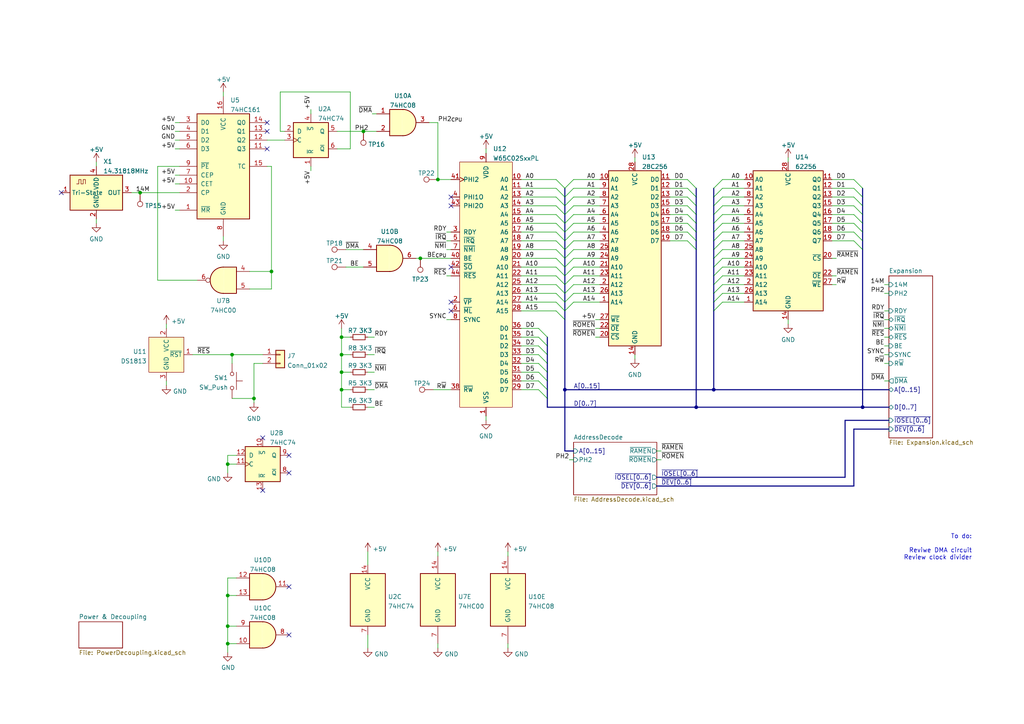
<source format=kicad_sch>
(kicad_sch (version 20211123) (generator eeschema)
  (paper "A4")
  (lib_symbols
    (symbol "74xx:74HC00" (pin_names (offset 1.016))
      (property "Reference" "U" (at 0 1.27 0))
      (property "Value" "74HC00" (at 0 -1.27 0))
      (symbol "74HC00_1_1"
        (pin input line (at -7.62 2.54 0) (length 3.81) (name "~") (number "1"))
        (pin input line (at -7.62 -2.54 0) (length 3.81) (name "~") (number "2"))
        (pin output inverted (at 7.62 0 180) (length 3.81) (name "~") (number "3"))
      )
      (symbol "74HC00_1_2"
        (pin input inverted (at -7.62 2.54 0) (length 4.318) (name "~") (number "1"))
        (pin input inverted (at -7.62 -2.54 0) (length 4.318) (name "~") (number "2"))
        (pin output line (at 7.62 0 180) (length 3.81) (name "~") (number "3"))
      )
      (symbol "74HC00_2_1"
        (pin input line (at -7.62 2.54 0) (length 3.81) (name "~") (number "4"))
        (pin input line (at -7.62 -2.54 0) (length 3.81) (name "~") (number "5"))
        (pin output inverted (at 7.62 0 180) (length 3.81) (name "~") (number "6"))
      )
      (symbol "74HC00_2_2"
        (pin input inverted (at -7.62 2.54 0) (length 4.318) (name "~") (number "4"))
        (pin input inverted (at -7.62 -2.54 0) (length 4.318) (name "~") (number "5"))
        (pin output line (at 7.62 0 180) (length 3.81) (name "~") (number "6"))
      )
      (symbol "74HC00_3_1"
        (pin input line (at -7.62 -2.54 0) (length 3.81) (name "~") (number "10"))
        (pin output inverted (at 7.62 0 180) (length 3.81) (name "~") (number "8"))
        (pin input line (at -7.62 2.54 0) (length 3.81) (name "~") (number "9"))
      )
      (symbol "74HC00_3_2"
        (pin input inverted (at -7.62 -2.54 0) (length 4.318) (name "~") (number "10"))
        (pin output line (at 7.62 0 180) (length 3.81) (name "~") (number "8"))
        (pin input inverted (at -7.62 2.54 0) (length 4.318) (name "~") (number "9"))
      )
      (symbol "74HC00_4_1"
        (pin output inverted (at 7.62 0 180) (length 3.81) (name "~") (number "11"))
        (pin input line (at -7.62 2.54 0) (length 3.81) (name "~") (number "12"))
        (pin input line (at -7.62 -2.54 0) (length 3.81) (name "~") (number "13"))
      )
      (symbol "74HC00_4_2"
        (pin output line (at 7.62 0 180) (length 3.81) (name "~") (number "11"))
        (pin input inverted (at -7.62 2.54 0) (length 4.318) (name "~") (number "12"))
        (pin input inverted (at -7.62 -2.54 0) (length 4.318) (name "~") (number "13"))
      )
      (symbol "74HC00_5_0"
        (pin power_in line (at 0 12.7 270) (length 5.08) (name "VCC") (number "14"))
        (pin power_in line (at 0 -12.7 90) (length 5.08) (name "GND") (number "7"))
      )
    )
    (symbol "74xx:74HC74" (pin_names (offset 1.016))
      (property "Reference" "U" (at -7.62 8.89 0))
      (property "Value" "74HC74" (at -7.62 -8.89 0))
      (symbol "74HC74_1_0"
        (pin input line (at 0 -7.62 90) (length 2.54) (name "~{R}") (number "1"))
        (pin input line (at -7.62 2.54 0) (length 2.54) (name "D") (number "2"))
        (pin input clock (at -7.62 0 0) (length 2.54) (name "C") (number "3"))
        (pin input line (at 0 7.62 270) (length 2.54) (name "~{S}") (number "4"))
        (pin output line (at 7.62 2.54 180) (length 2.54) (name "Q") (number "5"))
        (pin output line (at 7.62 -2.54 180) (length 2.54) (name "~{Q}") (number "6"))
      )
      (symbol "74HC74_2_0"
        (pin input line (at 0 7.62 270) (length 2.54) (name "~{S}") (number "10"))
        (pin input clock (at -7.62 0 0) (length 2.54) (name "C") (number "11"))
        (pin input line (at -7.62 2.54 0) (length 2.54) (name "D") (number "12"))
        (pin input line (at 0 -7.62 90) (length 2.54) (name "~{R}") (number "13"))
        (pin output line (at 7.62 -2.54 180) (length 2.54) (name "~{Q}") (number "8"))
        (pin output line (at 7.62 2.54 180) (length 2.54) (name "Q") (number "9"))
      )
      (symbol "74HC74_3_0"
        (pin power_in line (at 0 10.16 270) (length 2.54) (name "VCC") (number "14"))
        (pin power_in line (at 0 -10.16 90) (length 2.54) (name "GND") (number "7"))
      )
    )
    (symbol "74xx:74LS08" (pin_names (offset 1.016))
      (property "Reference" "U" (at 0 1.27 0))
      (property "Value" "74LS08" (at 0 -1.27 0))
      (symbol "74LS08_1_1"
        (pin input line (at -7.62 2.54 0) (length 3.81) (name "~") (number "1"))
        (pin input line (at -7.62 -2.54 0) (length 3.81) (name "~") (number "2"))
        (pin output line (at 7.62 0 180) (length 3.81) (name "~") (number "3"))
      )
      (symbol "74LS08_1_2"
        (pin input inverted (at -7.62 2.54 0) (length 4.318) (name "~") (number "1"))
        (pin input inverted (at -7.62 -2.54 0) (length 4.318) (name "~") (number "2"))
        (pin output inverted (at 7.62 0 180) (length 3.81) (name "~") (number "3"))
      )
      (symbol "74LS08_2_1"
        (pin input line (at -7.62 2.54 0) (length 3.81) (name "~") (number "4"))
        (pin input line (at -7.62 -2.54 0) (length 3.81) (name "~") (number "5"))
        (pin output line (at 7.62 0 180) (length 3.81) (name "~") (number "6"))
      )
      (symbol "74LS08_2_2"
        (pin input inverted (at -7.62 2.54 0) (length 4.318) (name "~") (number "4"))
        (pin input inverted (at -7.62 -2.54 0) (length 4.318) (name "~") (number "5"))
        (pin output inverted (at 7.62 0 180) (length 3.81) (name "~") (number "6"))
      )
      (symbol "74LS08_3_1"
        (pin input line (at -7.62 -2.54 0) (length 3.81) (name "~") (number "10"))
        (pin output line (at 7.62 0 180) (length 3.81) (name "~") (number "8"))
        (pin input line (at -7.62 2.54 0) (length 3.81) (name "~") (number "9"))
      )
      (symbol "74LS08_3_2"
        (pin input inverted (at -7.62 -2.54 0) (length 4.318) (name "~") (number "10"))
        (pin output inverted (at 7.62 0 180) (length 3.81) (name "~") (number "8"))
        (pin input inverted (at -7.62 2.54 0) (length 4.318) (name "~") (number "9"))
      )
      (symbol "74LS08_4_1"
        (pin output line (at 7.62 0 180) (length 3.81) (name "~") (number "11"))
        (pin input line (at -7.62 2.54 0) (length 3.81) (name "~") (number "12"))
        (pin input line (at -7.62 -2.54 0) (length 3.81) (name "~") (number "13"))
      )
      (symbol "74LS08_4_2"
        (pin output inverted (at 7.62 0 180) (length 3.81) (name "~") (number "11"))
        (pin input inverted (at -7.62 2.54 0) (length 4.318) (name "~") (number "12"))
        (pin input inverted (at -7.62 -2.54 0) (length 4.318) (name "~") (number "13"))
      )
      (symbol "74LS08_5_0"
        (pin power_in line (at 0 12.7 270) (length 5.08) (name "VCC") (number "14"))
        (pin power_in line (at 0 -12.7 90) (length 5.08) (name "GND") (number "7"))
      )
    )
    (symbol "74xx:74LS161" (pin_names (offset 1.016))
      (property "Reference" "U" (at -7.62 16.51 0))
      (property "Value" "74LS161" (at -7.62 -16.51 0))
      (symbol "74LS161_1_0"
        (pin input line (at -12.7 -12.7 0) (length 5.08) (name "~{MR}") (number "1"))
        (pin input line (at -12.7 -5.08 0) (length 5.08) (name "CET") (number "10"))
        (pin output line (at 12.7 5.08 180) (length 5.08) (name "Q3") (number "11"))
        (pin output line (at 12.7 7.62 180) (length 5.08) (name "Q2") (number "12"))
        (pin output line (at 12.7 10.16 180) (length 5.08) (name "Q1") (number "13"))
        (pin output line (at 12.7 12.7 180) (length 5.08) (name "Q0") (number "14"))
        (pin output line (at 12.7 0 180) (length 5.08) (name "TC") (number "15"))
        (pin power_in line (at 0 20.32 270) (length 5.08) (name "VCC") (number "16"))
        (pin input line (at -12.7 -7.62 0) (length 5.08) (name "CP") (number "2"))
        (pin input line (at -12.7 12.7 0) (length 5.08) (name "D0") (number "3"))
        (pin input line (at -12.7 10.16 0) (length 5.08) (name "D1") (number "4"))
        (pin input line (at -12.7 7.62 0) (length 5.08) (name "D2") (number "5"))
        (pin input line (at -12.7 5.08 0) (length 5.08) (name "D3") (number "6"))
        (pin input line (at -12.7 -2.54 0) (length 5.08) (name "CEP") (number "7"))
        (pin power_in line (at 0 -20.32 90) (length 5.08) (name "GND") (number "8"))
        (pin input line (at -12.7 0 0) (length 5.08) (name "~{PE}") (number "9"))
      )
    )
    (symbol "Connector:TestPoint" (pin_numbers hide) (pin_names (offset 0.762) hide)
      (property "Reference" "TP" (at 0 6.858 0))
      (property "Value" "TestPoint" (at 0 5.08 0))
      (symbol "TestPoint_1_1"
        (pin passive line (at 0 0 90) (length 2.54) (name "1") (number "1"))
      )
    )
    (symbol "Connector_Generic:Conn_01x02" (pin_names (offset 1.016) hide)
      (property "Reference" "J" (at 0 2.54 0))
      (property "Value" "Conn_01x02" (at 0 -5.08 0))
      (symbol "Conn_01x02_1_1"
        (pin passive line (at -5.08 0 0) (length 3.81) (name "Pin_1") (number "1"))
        (pin passive line (at -5.08 -2.54 0) (length 3.81) (name "Pin_2") (number "2"))
      )
    )
    (symbol "Device:R_Small" (pin_numbers hide) (pin_names (offset 0.254) hide)
      (property "Reference" "R" (at 0.762 0.508 0))
      (property "Value" "R_Small" (at 0.762 -1.016 0))
      (symbol "R_Small_1_1"
        (pin passive line (at 0 2.54 270) (length 0.762) (name "~") (number "1"))
        (pin passive line (at 0 -2.54 90) (length 0.762) (name "~") (number "2"))
      )
    )
    (symbol "Memory_EEPROM:28C256"
      (property "Reference" "U" (at -7.62 26.67 0))
      (property "Value" "28C256" (at 2.54 -26.67 0))
      (symbol "28C256_1_1"
        (pin input line (at -10.16 -12.7 0) (length 2.54) (name "A14") (number "1"))
        (pin input line (at -10.16 22.86 0) (length 2.54) (name "A0") (number "10"))
        (pin tri_state line (at 10.16 22.86 180) (length 2.54) (name "D0") (number "11"))
        (pin tri_state line (at 10.16 20.32 180) (length 2.54) (name "D1") (number "12"))
        (pin tri_state line (at 10.16 17.78 180) (length 2.54) (name "D2") (number "13"))
        (pin power_in line (at 0 -27.94 90) (length 2.54) (name "GND") (number "14"))
        (pin tri_state line (at 10.16 15.24 180) (length 2.54) (name "D3") (number "15"))
        (pin tri_state line (at 10.16 12.7 180) (length 2.54) (name "D4") (number "16"))
        (pin tri_state line (at 10.16 10.16 180) (length 2.54) (name "D5") (number "17"))
        (pin tri_state line (at 10.16 7.62 180) (length 2.54) (name "D6") (number "18"))
        (pin tri_state line (at 10.16 5.08 180) (length 2.54) (name "D7") (number "19"))
        (pin input line (at -10.16 -7.62 0) (length 2.54) (name "A12") (number "2"))
        (pin input line (at -10.16 -22.86 0) (length 2.54) (name "~{CS}") (number "20"))
        (pin input line (at -10.16 -2.54 0) (length 2.54) (name "A10") (number "21"))
        (pin input line (at -10.16 -20.32 0) (length 2.54) (name "~{OE}") (number "22"))
        (pin input line (at -10.16 -5.08 0) (length 2.54) (name "A11") (number "23"))
        (pin input line (at -10.16 0 0) (length 2.54) (name "A9") (number "24"))
        (pin input line (at -10.16 2.54 0) (length 2.54) (name "A8") (number "25"))
        (pin input line (at -10.16 -10.16 0) (length 2.54) (name "A13") (number "26"))
        (pin input line (at -10.16 -17.78 0) (length 2.54) (name "~{WE}") (number "27"))
        (pin power_in line (at 0 27.94 270) (length 2.54) (name "VCC") (number "28"))
        (pin input line (at -10.16 5.08 0) (length 2.54) (name "A7") (number "3"))
        (pin input line (at -10.16 7.62 0) (length 2.54) (name "A6") (number "4"))
        (pin input line (at -10.16 10.16 0) (length 2.54) (name "A5") (number "5"))
        (pin input line (at -10.16 12.7 0) (length 2.54) (name "A4") (number "6"))
        (pin input line (at -10.16 15.24 0) (length 2.54) (name "A3") (number "7"))
        (pin input line (at -10.16 17.78 0) (length 2.54) (name "A2") (number "8"))
        (pin input line (at -10.16 20.32 0) (length 2.54) (name "A1") (number "9"))
      )
    )
    (symbol "Memory_RAM:KM62256CLP"
      (property "Reference" "U" (at -10.16 20.955 0))
      (property "Value" "KM62256CLP" (at 2.54 20.955 0))
      (symbol "KM62256CLP_0_0"
        (pin power_in line (at 0 -22.86 90) (length 2.54) (name "GND") (number "14"))
        (pin power_in line (at 0 22.86 270) (length 2.54) (name "VCC") (number "28"))
      )
      (symbol "KM62256CLP_1_1"
        (pin input line (at -12.7 -17.78 0) (length 2.54) (name "A14") (number "1"))
        (pin input line (at -12.7 17.78 0) (length 2.54) (name "A0") (number "10"))
        (pin tri_state line (at 12.7 17.78 180) (length 2.54) (name "Q0") (number "11"))
        (pin tri_state line (at 12.7 15.24 180) (length 2.54) (name "Q1") (number "12"))
        (pin tri_state line (at 12.7 12.7 180) (length 2.54) (name "Q2") (number "13"))
        (pin tri_state line (at 12.7 10.16 180) (length 2.54) (name "Q3") (number "15"))
        (pin tri_state line (at 12.7 7.62 180) (length 2.54) (name "Q4") (number "16"))
        (pin tri_state line (at 12.7 5.08 180) (length 2.54) (name "Q5") (number "17"))
        (pin tri_state line (at 12.7 2.54 180) (length 2.54) (name "Q6") (number "18"))
        (pin tri_state line (at 12.7 0 180) (length 2.54) (name "Q7") (number "19"))
        (pin input line (at -12.7 -12.7 0) (length 2.54) (name "A12") (number "2"))
        (pin input line (at 12.7 -5.08 180) (length 2.54) (name "~{CS}") (number "20"))
        (pin input line (at -12.7 -7.62 0) (length 2.54) (name "A10") (number "21"))
        (pin input line (at 12.7 -10.16 180) (length 2.54) (name "~{OE}") (number "22"))
        (pin input line (at -12.7 -10.16 0) (length 2.54) (name "A11") (number "23"))
        (pin input line (at -12.7 -5.08 0) (length 2.54) (name "A9") (number "24"))
        (pin input line (at -12.7 -2.54 0) (length 2.54) (name "A8") (number "25"))
        (pin input line (at -12.7 -15.24 0) (length 2.54) (name "A13") (number "26"))
        (pin input line (at 12.7 -12.7 180) (length 2.54) (name "~{WE}") (number "27"))
        (pin input line (at -12.7 0 0) (length 2.54) (name "A7") (number "3"))
        (pin input line (at -12.7 2.54 0) (length 2.54) (name "A6") (number "4"))
        (pin input line (at -12.7 5.08 0) (length 2.54) (name "A5") (number "5"))
        (pin input line (at -12.7 7.62 0) (length 2.54) (name "A4") (number "6"))
        (pin input line (at -12.7 10.16 0) (length 2.54) (name "A3") (number "7"))
        (pin input line (at -12.7 12.7 0) (length 2.54) (name "A2") (number "8"))
        (pin input line (at -12.7 15.24 0) (length 2.54) (name "A1") (number "9"))
      )
    )
    (symbol "Misc:DS1813"
      (property "Reference" "U" (at 5.08 8.89 0))
      (property "Value" "DS1813" (at 5.08 6.35 0))
      (symbol "DS1813_1_1"
        (pin output line (at 7.62 0 180) (length 2.54) (name "~{RST}") (number "1"))
        (pin power_in line (at 0 7.62 270) (length 2.54) (name "VCC") (number "2"))
        (pin power_in line (at 0 -7.62 90) (length 2.54) (name "GND") (number "3"))
      )
    )
    (symbol "Oscillator:ASCO"
      (property "Reference" "X" (at -7.62 6.35 0))
      (property "Value" "ASCO" (at 1.27 -6.35 0))
      (symbol "ASCO_1_1"
        (pin input line (at -10.16 0 0) (length 2.54) (name "Tri-State") (number "1"))
        (pin power_in line (at 0 -7.62 90) (length 2.54) (name "GND") (number "2"))
        (pin output line (at 10.16 0 180) (length 2.54) (name "OUT") (number "3"))
        (pin power_in line (at 0 7.62 270) (length 2.54) (name "VDD") (number "4"))
      )
    )
    (symbol "Switch:SW_Push" (pin_numbers hide) (pin_names (offset 1.016) hide)
      (property "Reference" "SW" (at 1.27 2.54 0))
      (property "Value" "SW_Push" (at 0 -1.524 0))
      (symbol "SW_Push_0_1"
        (pin passive line (at -5.08 0 0) (length 2.54) (name "1") (number "1"))
        (pin passive line (at 5.08 0 180) (length 2.54) (name "2") (number "2"))
      )
    )
    (symbol "WDC_65Cx:W65C02SxxPL" (pin_names (offset 1.016))
      (property "Reference" "U" (at -7.62 36.83 0))
      (property "Value" "W65C02SxxPL" (at 7.62 36.83 0))
      (symbol "W65C02SxxPL_1_1"
        (pin power_in line (at 0 -38.1 90) (length 2.54) (name "VSS") (number "1"))
        (pin output line (at 10.16 30.48 180) (length 2.54) (name "A0") (number "10"))
        (pin output line (at 10.16 27.94 180) (length 2.54) (name "A1") (number "11"))
        (pin no_connect line (at -10.16 -27.94 0) (length 2.54) hide (name "") (number "12"))
        (pin output line (at 10.16 25.4 180) (length 2.54) (name "A2") (number "13"))
        (pin output line (at 10.16 22.86 180) (length 2.54) (name "A3") (number "14"))
        (pin output line (at 10.16 20.32 180) (length 2.54) (name "A4") (number "15"))
        (pin output line (at 10.16 17.78 180) (length 2.54) (name "A5") (number "16"))
        (pin output line (at 10.16 15.24 180) (length 2.54) (name "A6") (number "17"))
        (pin output line (at 10.16 12.7 180) (length 2.54) (name "A7") (number "18"))
        (pin output line (at 10.16 10.16 180) (length 2.54) (name "A8") (number "19"))
        (pin output line (at -10.16 -5.08 0) (length 2.54) (name "~{VP}") (number "2"))
        (pin output line (at 10.16 7.62 180) (length 2.54) (name "A9") (number "20"))
        (pin output line (at 10.16 5.08 180) (length 2.54) (name "A10") (number "21"))
        (pin output line (at 10.16 2.54 180) (length 2.54) (name "A11") (number "22"))
        (pin power_in line (at 0 -38.1 90) (length 2.54) hide (name "VSS") (number "23"))
        (pin power_in line (at 0 -38.1 90) (length 2.54) hide (name "VSS") (number "24"))
        (pin output line (at 10.16 0 180) (length 2.54) (name "A12") (number "25"))
        (pin output line (at 10.16 -2.54 180) (length 2.54) (name "A13") (number "26"))
        (pin output line (at 10.16 -5.08 180) (length 2.54) (name "A14") (number "27"))
        (pin output line (at 10.16 -7.62 180) (length 2.54) (name "A15") (number "28"))
        (pin bidirectional line (at 10.16 -30.48 180) (length 2.54) (name "D7") (number "29"))
        (pin input line (at -10.16 15.24 0) (length 2.54) (name "RDY") (number "3"))
        (pin bidirectional line (at 10.16 -27.94 180) (length 2.54) (name "D6") (number "30"))
        (pin bidirectional line (at 10.16 -25.4 180) (length 2.54) (name "D5") (number "31"))
        (pin bidirectional line (at 10.16 -22.86 180) (length 2.54) (name "D4") (number "32"))
        (pin bidirectional line (at 10.16 -20.32 180) (length 2.54) (name "D3") (number "33"))
        (pin bidirectional line (at 10.16 -17.78 180) (length 2.54) (name "D2") (number "34"))
        (pin bidirectional line (at 10.16 -15.24 180) (length 2.54) (name "D1") (number "35"))
        (pin bidirectional line (at 10.16 -12.7 180) (length 2.54) (name "D0") (number "36"))
        (pin power_in line (at 0 38.1 270) (length 2.54) hide (name "VDD") (number "37"))
        (pin output line (at -10.16 -30.48 0) (length 2.54) (name "~{RW}") (number "38"))
        (pin no_connect line (at -10.16 -25.4 0) (length 2.54) hide (name "") (number "39"))
        (pin output line (at -10.16 25.4 0) (length 2.54) (name "PHI1O") (number "4"))
        (pin input line (at -10.16 7.62 0) (length 2.54) (name "BE") (number "40"))
        (pin input clock (at -10.16 30.48 0) (length 2.54) (name "PHI2") (number "41"))
        (pin input line (at -10.16 5.08 0) (length 2.54) (name "~{SO}") (number "42"))
        (pin output line (at -10.16 22.86 0) (length 2.54) (name "PHI2O") (number "43"))
        (pin input line (at -10.16 2.54 0) (length 2.54) (name "~{RES}") (number "44"))
        (pin input line (at -10.16 12.7 0) (length 2.54) (name "~{IRQ}") (number "5"))
        (pin output line (at -10.16 -7.62 0) (length 2.54) (name "~{ML}") (number "6"))
        (pin input line (at -10.16 10.16 0) (length 2.54) (name "~{NMI}") (number "7"))
        (pin output line (at -10.16 -10.16 0) (length 2.54) (name "SYNC") (number "8"))
        (pin power_in line (at 0 38.1 270) (length 2.54) (name "VDD") (number "9"))
      )
    )
    (symbol "power:+5V" (power) (pin_names (offset 0))
      (property "Value" "+5V" (at 0 3.556 0))
      (symbol "+5V_1_1"
        (pin power_in line (at 0 0 90) (length 0) hide (name "+5V") (number "1"))
      )
    )
    (symbol "power:GND" (power) (pin_names (offset 0))
      (property "Value" "GND" (at 0 -3.81 0))
      (symbol "GND_1_1"
        (pin power_in line (at 0 0 270) (length 0) hide (name "GND") (number "1"))
      )
    )
  )
  (junction (at 121.92 74.93))
  (junction (at 99.06 113.03))
  (junction (at 66.04 134.62))
  (junction (at 40.64 55.88))
  (junction (at 127 52.07))
  (junction (at 99.06 97.79))
  (junction (at 67.31 102.87))
  (junction (at 99.06 102.87))
  (junction (at 66.04 186.69))
  (junction (at 250.19 118.11))
  (junction (at 73.66 115.57))
  (junction (at 163.83 113.03))
  (junction (at 66.04 181.61))
  (junction (at 207.01 113.03))
  (junction (at 66.04 172.72))
  (junction (at 105.41 38.1))
  (junction (at 78.74 78.74))
  (junction (at 99.06 107.95))
  (junction (at 201.93 118.11))
  (no_connect (at 77.47 35.56))
  (no_connect (at 83.82 132.08))
  (no_connect (at 76.2 127))
  (no_connect (at 83.82 137.16))
  (no_connect (at 76.2 142.24))
  (no_connect (at 83.82 184.15))
  (no_connect (at 83.82 170.18))
  (no_connect (at 77.47 38.1))
  (no_connect (at 17.78 55.88))
  (no_connect (at 130.81 87.63))
  (no_connect (at 130.81 77.47))
  (no_connect (at 130.81 90.17))
  (no_connect (at 130.81 57.15))
  (no_connect (at 130.81 59.69))
  (no_connect (at 77.47 43.18))
  (bus_entry (at 156.21 107.95) (size 2.54 2.54))
  (bus_entry (at 199.39 64.77) (size 2.54 2.54))
  (bus_entry (at 199.39 59.69) (size 2.54 2.54))
  (bus_entry (at 209.55 52.07) (size -2.54 2.54))
  (bus_entry (at 161.29 59.69) (size 2.54 2.54))
  (bus_entry (at 161.29 87.63) (size 2.54 2.54))
  (bus_entry (at 247.65 57.15) (size 2.54 2.54))
  (bus_entry (at 161.29 90.17) (size 2.54 2.54))
  (bus_entry (at 247.65 59.69) (size 2.54 2.54))
  (bus_entry (at 247.65 69.85) (size 2.54 2.54))
  (bus_entry (at 247.65 64.77) (size 2.54 2.54))
  (bus_entry (at 166.37 87.63) (size -2.54 2.54))
  (bus_entry (at 199.39 69.85) (size 2.54 2.54))
  (bus_entry (at 209.55 62.23) (size -2.54 2.54))
  (bus_entry (at 166.37 54.61) (size -2.54 2.54))
  (bus_entry (at 156.21 95.25) (size 2.54 2.54))
  (bus_entry (at 209.55 82.55) (size -2.54 2.54))
  (bus_entry (at 166.37 62.23) (size -2.54 2.54))
  (bus_entry (at 161.29 62.23) (size 2.54 2.54))
  (bus_entry (at 161.29 82.55) (size 2.54 2.54))
  (bus_entry (at 247.65 54.61) (size 2.54 2.54))
  (bus_entry (at 209.55 69.85) (size -2.54 2.54))
  (bus_entry (at 161.29 57.15) (size 2.54 2.54))
  (bus_entry (at 199.39 57.15) (size 2.54 2.54))
  (bus_entry (at 161.29 80.01) (size 2.54 2.54))
  (bus_entry (at 161.29 77.47) (size 2.54 2.54))
  (bus_entry (at 161.29 64.77) (size 2.54 2.54))
  (bus_entry (at 166.37 57.15) (size -2.54 2.54))
  (bus_entry (at 209.55 57.15) (size -2.54 2.54))
  (bus_entry (at 199.39 54.61) (size 2.54 2.54))
  (bus_entry (at 199.39 52.07) (size 2.54 2.54))
  (bus_entry (at 166.37 85.09) (size -2.54 2.54))
  (bus_entry (at 156.21 102.87) (size 2.54 2.54))
  (bus_entry (at 156.21 97.79) (size 2.54 2.54))
  (bus_entry (at 166.37 67.31) (size -2.54 2.54))
  (bus_entry (at 166.37 82.55) (size -2.54 2.54))
  (bus_entry (at 156.21 113.03) (size 2.54 2.54))
  (bus_entry (at 209.55 54.61) (size -2.54 2.54))
  (bus_entry (at 161.29 54.61) (size 2.54 2.54))
  (bus_entry (at 209.55 67.31) (size -2.54 2.54))
  (bus_entry (at 166.37 80.01) (size -2.54 2.54))
  (bus_entry (at 247.65 52.07) (size 2.54 2.54))
  (bus_entry (at 161.29 69.85) (size 2.54 2.54))
  (bus_entry (at 161.29 85.09) (size 2.54 2.54))
  (bus_entry (at 209.55 85.09) (size -2.54 2.54))
  (bus_entry (at 156.21 105.41) (size 2.54 2.54))
  (bus_entry (at 209.55 87.63) (size -2.54 2.54))
  (bus_entry (at 156.21 100.33) (size 2.54 2.54))
  (bus_entry (at 161.29 72.39) (size 2.54 2.54))
  (bus_entry (at 156.21 110.49) (size 2.54 2.54))
  (bus_entry (at 209.55 74.93) (size -2.54 2.54))
  (bus_entry (at 209.55 77.47) (size -2.54 2.54))
  (bus_entry (at 209.55 64.77) (size -2.54 2.54))
  (bus_entry (at 161.29 67.31) (size 2.54 2.54))
  (bus_entry (at 199.39 67.31) (size 2.54 2.54))
  (bus_entry (at 209.55 72.39) (size -2.54 2.54))
  (bus_entry (at 166.37 69.85) (size -2.54 2.54))
  (bus_entry (at 247.65 62.23) (size 2.54 2.54))
  (bus_entry (at 166.37 64.77) (size -2.54 2.54))
  (bus_entry (at 166.37 74.93) (size -2.54 2.54))
  (bus_entry (at 247.65 67.31) (size 2.54 2.54))
  (bus_entry (at 161.29 52.07) (size 2.54 2.54))
  (bus_entry (at 209.55 80.01) (size -2.54 2.54))
  (bus_entry (at 166.37 72.39) (size -2.54 2.54))
  (bus_entry (at 166.37 77.47) (size -2.54 2.54))
  (bus_entry (at 161.29 74.93) (size 2.54 2.54))
  (bus_entry (at 209.55 59.69) (size -2.54 2.54))
  (bus_entry (at 199.39 62.23) (size 2.54 2.54))
  (bus_entry (at 166.37 52.07) (size -2.54 2.54))
  (bus_entry (at 166.37 59.69) (size -2.54 2.54))
  (wire (pts (xy 129.54 72.39) (xy 130.81 72.39)))
  (wire (pts (xy 99.06 107.95) (xy 99.06 113.03)))
  (wire (pts (xy 209.55 72.39) (xy 215.9 72.39)))
  (wire (pts (xy 256.54 97.79) (xy 257.81 97.79)))
  (bus (pts (xy 250.19 57.15) (xy 250.19 59.69)))
  (wire (pts (xy 101.6 26.67) (xy 81.28 26.67)))
  (wire (pts (xy 99.06 95.25) (xy 99.06 97.79)))
  (wire (pts (xy 209.55 54.61) (xy 215.9 54.61)))
  (wire (pts (xy 209.55 69.85) (xy 215.9 69.85)))
  (wire (pts (xy 256.54 100.33) (xy 257.81 100.33)))
  (bus (pts (xy 163.83 87.63) (xy 163.83 90.17)))
  (wire (pts (xy 241.3 62.23) (xy 247.65 62.23)))
  (wire (pts (xy 209.55 52.07) (xy 215.9 52.07)))
  (wire (pts (xy 241.3 57.15) (xy 247.65 57.15)))
  (bus (pts (xy 201.93 57.15) (xy 201.93 59.69)))
  (wire (pts (xy 99.06 118.11) (xy 101.6 118.11)))
  (wire (pts (xy 166.37 74.93) (xy 173.99 74.93)))
  (bus (pts (xy 163.83 80.01) (xy 163.83 82.55)))
  (bus (pts (xy 201.93 118.11) (xy 201.93 72.39)))
  (bus (pts (xy 207.01 85.09) (xy 207.01 87.63)))
  (wire (pts (xy 140.97 43.18) (xy 140.97 44.45)))
  (wire (pts (xy 166.37 69.85) (xy 173.99 69.85)))
  (wire (pts (xy 241.3 54.61) (xy 247.65 54.61)))
  (wire (pts (xy 194.31 62.23) (xy 199.39 62.23)))
  (wire (pts (xy 166.37 59.69) (xy 173.99 59.69)))
  (wire (pts (xy 55.88 102.87) (xy 67.31 102.87)))
  (bus (pts (xy 207.01 80.01) (xy 207.01 82.55)))
  (wire (pts (xy 209.55 67.31) (xy 215.9 67.31)))
  (wire (pts (xy 151.13 85.09) (xy 161.29 85.09)))
  (bus (pts (xy 207.01 113.03) (xy 163.83 113.03)))
  (wire (pts (xy 99.06 107.95) (xy 101.6 107.95)))
  (wire (pts (xy 66.04 186.69) (xy 68.58 186.69)))
  (wire (pts (xy 106.68 102.87) (xy 108.585 102.87)))
  (wire (pts (xy 151.13 80.01) (xy 161.29 80.01)))
  (wire (pts (xy 27.94 63.5) (xy 27.94 64.77)))
  (wire (pts (xy 66.04 181.61) (xy 68.58 181.61)))
  (bus (pts (xy 201.93 62.23) (xy 201.93 64.77)))
  (bus (pts (xy 207.01 113.03) (xy 257.81 113.03)))
  (wire (pts (xy 256.54 105.41) (xy 257.81 105.41)))
  (wire (pts (xy 151.13 87.63) (xy 161.29 87.63)))
  (wire (pts (xy 77.47 48.26) (xy 78.74 48.26)))
  (wire (pts (xy 151.13 69.85) (xy 161.29 69.85)))
  (wire (pts (xy 151.13 100.33) (xy 156.21 100.33)))
  (bus (pts (xy 250.19 64.77) (xy 250.19 67.31)))
  (wire (pts (xy 66.04 172.72) (xy 68.58 172.72)))
  (wire (pts (xy 99.06 97.79) (xy 101.6 97.79)))
  (wire (pts (xy 166.37 57.15) (xy 173.99 57.15)))
  (wire (pts (xy 129.54 69.85) (xy 130.81 69.85)))
  (wire (pts (xy 209.55 85.09) (xy 215.9 85.09)))
  (wire (pts (xy 151.13 113.03) (xy 156.21 113.03)))
  (bus (pts (xy 207.01 87.63) (xy 207.01 90.17)))
  (wire (pts (xy 241.3 59.69) (xy 247.65 59.69)))
  (wire (pts (xy 72.39 78.74) (xy 78.74 78.74)))
  (wire (pts (xy 241.3 67.31) (xy 247.65 67.31)))
  (wire (pts (xy 209.55 80.01) (xy 215.9 80.01)))
  (bus (pts (xy 163.83 113.03) (xy 163.83 130.81)))
  (wire (pts (xy 66.04 132.08) (xy 66.04 134.62)))
  (bus (pts (xy 163.83 85.09) (xy 163.83 87.63)))
  (bus (pts (xy 158.75 97.79) (xy 158.75 100.33)))
  (wire (pts (xy 194.31 57.15) (xy 199.39 57.15)))
  (wire (pts (xy 52.07 48.26) (xy 45.72 48.26)))
  (bus (pts (xy 250.19 118.11) (xy 250.19 72.39)))
  (wire (pts (xy 127 186.69) (xy 127 187.96)))
  (bus (pts (xy 207.01 64.77) (xy 207.01 67.31)))
  (wire (pts (xy 241.3 69.85) (xy 247.65 69.85)))
  (wire (pts (xy 97.79 43.18) (xy 101.6 43.18)))
  (wire (pts (xy 151.13 62.23) (xy 161.29 62.23)))
  (bus (pts (xy 163.83 74.93) (xy 163.83 77.47)))
  (wire (pts (xy 166.37 77.47) (xy 173.99 77.47)))
  (wire (pts (xy 120.65 74.93) (xy 121.92 74.93)))
  (wire (pts (xy 151.13 97.79) (xy 156.21 97.79)))
  (bus (pts (xy 163.83 54.61) (xy 163.83 57.15)))
  (bus (pts (xy 207.01 72.39) (xy 207.01 74.93)))
  (wire (pts (xy 50.8 43.18) (xy 52.07 43.18)))
  (bus (pts (xy 190.5 138.43) (xy 245.11 138.43)))
  (bus (pts (xy 250.19 118.11) (xy 257.81 118.11)))
  (wire (pts (xy 50.8 40.64) (xy 52.07 40.64)))
  (bus (pts (xy 207.01 57.15) (xy 207.01 59.69)))
  (wire (pts (xy 100.33 77.47) (xy 105.41 77.47)))
  (wire (pts (xy 100.33 72.39) (xy 105.41 72.39)))
  (wire (pts (xy 194.31 54.61) (xy 199.39 54.61)))
  (bus (pts (xy 247.65 140.97) (xy 190.5 140.97)))
  (wire (pts (xy 38.1 55.88) (xy 40.64 55.88)))
  (wire (pts (xy 27.94 46.99) (xy 27.94 48.26)))
  (wire (pts (xy 106.68 113.03) (xy 108.585 113.03)))
  (bus (pts (xy 257.81 124.46) (xy 247.65 124.46)))
  (wire (pts (xy 256.54 102.87) (xy 257.81 102.87)))
  (bus (pts (xy 163.83 59.69) (xy 163.83 62.23)))
  (wire (pts (xy 106.68 184.15) (xy 106.68 187.96)))
  (wire (pts (xy 194.31 52.07) (xy 199.39 52.07)))
  (bus (pts (xy 158.75 105.41) (xy 158.75 107.95)))
  (bus (pts (xy 207.01 69.85) (xy 207.01 72.39)))
  (wire (pts (xy 151.13 102.87) (xy 156.21 102.87)))
  (wire (pts (xy 194.31 67.31) (xy 199.39 67.31)))
  (wire (pts (xy 256.54 95.25) (xy 257.81 95.25)))
  (wire (pts (xy 66.04 181.61) (xy 66.04 186.69)))
  (wire (pts (xy 184.15 45.72) (xy 184.15 46.99)))
  (bus (pts (xy 163.83 82.55) (xy 163.83 85.09)))
  (wire (pts (xy 241.3 74.93) (xy 242.57 74.93)))
  (wire (pts (xy 256.54 110.49) (xy 257.81 110.49)))
  (wire (pts (xy 77.47 40.64) (xy 82.55 40.64)))
  (wire (pts (xy 209.55 62.23) (xy 215.9 62.23)))
  (bus (pts (xy 257.81 121.92) (xy 245.11 121.92)))
  (bus (pts (xy 207.01 62.23) (xy 207.01 64.77)))
  (bus (pts (xy 201.93 54.61) (xy 201.93 57.15)))
  (wire (pts (xy 48.26 110.49) (xy 48.26 111.76)))
  (bus (pts (xy 163.83 90.17) (xy 163.83 92.71)))
  (wire (pts (xy 184.15 102.87) (xy 184.15 104.14)))
  (wire (pts (xy 151.13 72.39) (xy 161.29 72.39)))
  (wire (pts (xy 130.81 52.07) (xy 127 52.07)))
  (wire (pts (xy 151.13 67.31) (xy 161.29 67.31)))
  (bus (pts (xy 250.19 54.61) (xy 250.19 57.15)))
  (bus (pts (xy 158.75 100.33) (xy 158.75 102.87)))
  (bus (pts (xy 247.65 124.46) (xy 247.65 140.97)))
  (wire (pts (xy 194.31 59.69) (xy 199.39 59.69)))
  (bus (pts (xy 158.75 102.87) (xy 158.75 105.41)))
  (wire (pts (xy 129.54 92.71) (xy 130.81 92.71)))
  (bus (pts (xy 207.01 74.93) (xy 207.01 77.47)))
  (wire (pts (xy 99.06 97.79) (xy 99.06 102.87)))
  (bus (pts (xy 158.75 118.11) (xy 201.93 118.11)))
  (wire (pts (xy 166.37 72.39) (xy 173.99 72.39)))
  (wire (pts (xy 45.72 81.28) (xy 57.15 81.28)))
  (wire (pts (xy 151.13 95.25) (xy 156.21 95.25)))
  (wire (pts (xy 90.17 48.26) (xy 90.17 49.53)))
  (wire (pts (xy 166.37 87.63) (xy 173.99 87.63)))
  (wire (pts (xy 66.04 186.69) (xy 66.04 189.23)))
  (wire (pts (xy 67.31 102.87) (xy 67.31 105.41)))
  (wire (pts (xy 241.3 82.55) (xy 242.57 82.55)))
  (bus (pts (xy 250.19 69.85) (xy 250.19 72.39)))
  (wire (pts (xy 78.74 78.74) (xy 78.74 83.82)))
  (wire (pts (xy 127 35.56) (xy 124.46 35.56)))
  (wire (pts (xy 241.3 52.07) (xy 247.65 52.07)))
  (wire (pts (xy 125.73 113.03) (xy 130.81 113.03)))
  (wire (pts (xy 81.28 38.1) (xy 82.55 38.1)))
  (bus (pts (xy 207.01 67.31) (xy 207.01 69.85)))
  (wire (pts (xy 106.68 107.95) (xy 108.585 107.95)))
  (wire (pts (xy 66.04 167.64) (xy 66.04 172.72)))
  (wire (pts (xy 166.37 52.07) (xy 173.99 52.07)))
  (wire (pts (xy 151.13 74.93) (xy 161.29 74.93)))
  (bus (pts (xy 207.01 59.69) (xy 207.01 62.23)))
  (wire (pts (xy 172.72 97.79) (xy 173.99 97.79)))
  (wire (pts (xy 228.6 45.72) (xy 228.6 46.99)))
  (bus (pts (xy 163.83 72.39) (xy 163.83 74.93)))
  (bus (pts (xy 163.83 57.15) (xy 163.83 59.69)))
  (bus (pts (xy 207.01 54.61) (xy 207.01 57.15)))
  (wire (pts (xy 129.54 80.01) (xy 130.81 80.01)))
  (wire (pts (xy 151.13 107.95) (xy 156.21 107.95)))
  (wire (pts (xy 66.04 134.62) (xy 66.04 137.16)))
  (wire (pts (xy 228.6 92.71) (xy 228.6 93.98)))
  (wire (pts (xy 165.1 133.35) (xy 166.37 133.35)))
  (wire (pts (xy 172.72 95.25) (xy 173.99 95.25)))
  (bus (pts (xy 207.01 82.55) (xy 207.01 85.09)))
  (wire (pts (xy 194.31 64.77) (xy 199.39 64.77)))
  (bus (pts (xy 250.19 62.23) (xy 250.19 64.77)))
  (bus (pts (xy 158.75 115.57) (xy 158.75 118.11)))
  (wire (pts (xy 99.06 113.03) (xy 99.06 118.11)))
  (wire (pts (xy 48.26 93.98) (xy 48.26 95.25)))
  (wire (pts (xy 166.37 64.77) (xy 173.99 64.77)))
  (wire (pts (xy 172.72 92.71) (xy 173.99 92.71)))
  (wire (pts (xy 256.54 92.71) (xy 257.81 92.71)))
  (wire (pts (xy 99.06 102.87) (xy 101.6 102.87)))
  (wire (pts (xy 151.13 77.47) (xy 161.29 77.47)))
  (bus (pts (xy 163.83 130.81) (xy 166.37 130.81)))
  (bus (pts (xy 163.83 67.31) (xy 163.83 69.85)))
  (wire (pts (xy 107.95 33.02) (xy 109.22 33.02)))
  (wire (pts (xy 99.06 113.03) (xy 101.6 113.03)))
  (wire (pts (xy 151.13 52.07) (xy 161.29 52.07)))
  (wire (pts (xy 256.54 85.09) (xy 257.81 85.09)))
  (wire (pts (xy 50.8 38.1) (xy 52.07 38.1)))
  (wire (pts (xy 105.41 38.1) (xy 109.22 38.1)))
  (wire (pts (xy 78.74 83.82) (xy 72.39 83.82)))
  (wire (pts (xy 106.68 118.11) (xy 108.585 118.11)))
  (wire (pts (xy 127 160.02) (xy 127 161.29)))
  (wire (pts (xy 67.31 115.57) (xy 73.66 115.57)))
  (wire (pts (xy 97.79 38.1) (xy 105.41 38.1)))
  (wire (pts (xy 66.04 134.62) (xy 68.58 134.62)))
  (wire (pts (xy 190.5 130.81) (xy 191.77 130.81)))
  (bus (pts (xy 201.93 118.11) (xy 250.19 118.11)))
  (wire (pts (xy 166.37 85.09) (xy 173.99 85.09)))
  (bus (pts (xy 158.75 110.49) (xy 158.75 113.03)))
  (wire (pts (xy 166.37 82.55) (xy 173.99 82.55)))
  (wire (pts (xy 67.31 102.87) (xy 76.2 102.87)))
  (bus (pts (xy 163.83 77.47) (xy 163.83 80.01)))
  (wire (pts (xy 81.28 26.67) (xy 81.28 38.1)))
  (bus (pts (xy 201.93 59.69) (xy 201.93 62.23)))
  (bus (pts (xy 163.83 69.85) (xy 163.83 72.39)))
  (wire (pts (xy 127 52.07) (xy 127 35.56)))
  (bus (pts (xy 158.75 107.95) (xy 158.75 110.49)))
  (wire (pts (xy 194.31 69.85) (xy 199.39 69.85)))
  (bus (pts (xy 245.11 121.92) (xy 245.11 138.43)))
  (wire (pts (xy 166.37 54.61) (xy 173.99 54.61)))
  (wire (pts (xy 50.8 50.8) (xy 52.07 50.8)))
  (wire (pts (xy 209.55 57.15) (xy 215.9 57.15)))
  (wire (pts (xy 45.72 48.26) (xy 45.72 81.28)))
  (wire (pts (xy 147.32 186.69) (xy 147.32 187.96)))
  (wire (pts (xy 151.13 110.49) (xy 156.21 110.49)))
  (wire (pts (xy 151.13 59.69) (xy 161.29 59.69)))
  (wire (pts (xy 129.54 67.31) (xy 130.81 67.31)))
  (wire (pts (xy 151.13 57.15) (xy 161.29 57.15)))
  (wire (pts (xy 151.13 64.77) (xy 161.29 64.77)))
  (bus (pts (xy 201.93 67.31) (xy 201.93 69.85)))
  (wire (pts (xy 106.68 160.02) (xy 106.68 163.83)))
  (wire (pts (xy 140.97 120.65) (xy 140.97 121.92)))
  (wire (pts (xy 209.55 59.69) (xy 215.9 59.69)))
  (wire (pts (xy 64.77 26.67) (xy 64.77 27.94)))
  (wire (pts (xy 151.13 82.55) (xy 161.29 82.55)))
  (wire (pts (xy 99.06 102.87) (xy 99.06 107.95)))
  (bus (pts (xy 201.93 64.77) (xy 201.93 67.31)))
  (wire (pts (xy 209.55 82.55) (xy 215.9 82.55)))
  (wire (pts (xy 40.64 55.88) (xy 52.07 55.88)))
  (wire (pts (xy 151.13 90.17) (xy 161.29 90.17)))
  (wire (pts (xy 78.74 48.26) (xy 78.74 78.74)))
  (wire (pts (xy 166.37 80.01) (xy 173.99 80.01)))
  (wire (pts (xy 121.92 74.93) (xy 130.81 74.93)))
  (wire (pts (xy 66.04 172.72) (xy 66.04 181.61)))
  (wire (pts (xy 90.17 31.75) (xy 90.17 33.02)))
  (wire (pts (xy 50.8 60.96) (xy 52.07 60.96)))
  (bus (pts (xy 207.01 77.47) (xy 207.01 80.01)))
  (wire (pts (xy 166.37 62.23) (xy 173.99 62.23)))
  (wire (pts (xy 66.04 167.64) (xy 68.58 167.64)))
  (wire (pts (xy 50.8 53.34) (xy 52.07 53.34)))
  (bus (pts (xy 250.19 59.69) (xy 250.19 62.23)))
  (wire (pts (xy 209.55 64.77) (xy 215.9 64.77)))
  (wire (pts (xy 147.32 160.02) (xy 147.32 161.29)))
  (wire (pts (xy 209.55 87.63) (xy 215.9 87.63)))
  (bus (pts (xy 163.83 113.03) (xy 163.83 92.71)))
  (wire (pts (xy 241.3 80.01) (xy 242.57 80.01)))
  (wire (pts (xy 101.6 43.18) (xy 101.6 26.67)))
  (wire (pts (xy 241.3 64.77) (xy 247.65 64.77)))
  (wire (pts (xy 209.55 74.93) (xy 215.9 74.93)))
  (wire (pts (xy 64.77 68.58) (xy 64.77 69.85)))
  (wire (pts (xy 68.58 132.08) (xy 66.04 132.08)))
  (bus (pts (xy 207.01 90.17) (xy 207.01 113.03)))
  (wire (pts (xy 76.2 105.41) (xy 73.66 105.41)))
  (wire (pts (xy 106.68 97.79) (xy 108.585 97.79)))
  (wire (pts (xy 256.54 90.17) (xy 257.81 90.17)))
  (bus (pts (xy 250.19 67.31) (xy 250.19 69.85)))
  (wire (pts (xy 151.13 105.41) (xy 156.21 105.41)))
  (wire (pts (xy 256.54 82.55) (xy 257.81 82.55)))
  (bus (pts (xy 163.83 62.23) (xy 163.83 64.77)))
  (bus (pts (xy 163.83 64.77) (xy 163.83 67.31)))
  (bus (pts (xy 158.75 113.03) (xy 158.75 115.57)))
  (wire (pts (xy 166.37 67.31) (xy 173.99 67.31)))
  (wire (pts (xy 73.66 115.57) (xy 73.66 116.84)))
  (wire (pts (xy 190.5 133.35) (xy 191.77 133.35)))
  (wire (pts (xy 209.55 77.47) (xy 215.9 77.47)))
  (bus (pts (xy 201.93 69.85) (xy 201.93 72.39)))
  (wire (pts (xy 73.66 105.41) (xy 73.66 115.57)))
  (wire (pts (xy 151.13 54.61) (xy 161.29 54.61)))
  (wire (pts (xy 50.8 35.56) (xy 52.07 35.56)))
  (text "To do:\n\nReviwe DMA circuit\nReview clock divider" (at 281.94 162.56 180) (effects (font (size 1.27 1.27)) (justify right bottom)))
  (label "~{DMA}" (at 108.585 113.03 0))
  (label "D1" (at 195.58 54.61 0))
  (label "A11" (at 172.72 80.01 180))
  (label "D5" (at 195.58 64.77 0))
  (label "+5V" (at 50.8 50.8 180))
  (label "A5" (at 152.4 64.77 0))
  (label "BE" (at 104.14 77.47 180))
  (label "~{DMA}" (at 104.14 72.39 180))
  (label "A1" (at 152.4 54.61 0))
  (label "+5V" (at 50.8 53.34 180))
  (label "A[0..15]" (at 166.37 113.03 0))
  (label "SYNC" (at 256.54 102.87 180))
  (label "D1" (at 242.57 54.61 0))
  (label "PH2_{CPU}" (at 127 35.56 0))
  (label "A0" (at 172.72 52.07 180))
  (label "A8" (at 152.4 72.39 0))
  (label "RDY" (at 108.585 97.79 0))
  (label "A1" (at 214.63 54.61 180))
  (label "+5V" (at 50.8 35.56 180))
  (label "A8" (at 172.72 72.39 180))
  (label "A5" (at 172.72 64.77 180))
  (label "D4" (at 242.57 62.23 0))
  (label "~{ROMEN}" (at 172.72 95.25 180))
  (label "D4" (at 195.58 62.23 0))
  (label "A15" (at 152.4 90.17 0))
  (label "A6" (at 214.63 67.31 180))
  (label "A6" (at 152.4 67.31 0))
  (label "PH2" (at 165.1 133.35 180))
  (label "R~{W}" (at 256.54 105.41 180))
  (label "~{RAMEN}" (at 242.57 74.93 0))
  (label "A6" (at 172.72 67.31 180))
  (label "~{NMI}" (at 129.54 72.39 180))
  (label "D7" (at 152.4 113.03 0))
  (label "A9" (at 152.4 74.93 0))
  (label "D0" (at 242.57 52.07 0))
  (label "SYNC" (at 129.54 92.71 180))
  (label "~{RES}" (at 129.54 80.01 180))
  (label "D6" (at 195.58 67.31 0))
  (label "A0" (at 214.63 52.07 180))
  (label "A5" (at 214.63 64.77 180))
  (label "A0" (at 152.4 52.07 0))
  (label "+5V" (at 90.17 49.53 270))
  (label "A2" (at 214.63 57.15 180))
  (label "A2" (at 172.72 57.15 180))
  (label "A12" (at 152.4 82.55 0))
  (label "A14" (at 152.4 87.63 0))
  (label "A14" (at 172.72 87.63 180))
  (label "~{IOSEL[0..6]}" (at 191.77 138.43 0))
  (label "~{RES}" (at 256.54 97.79 180))
  (label "D6" (at 242.57 67.31 0))
  (label "A12" (at 172.72 82.55 180))
  (label "~{RAMEN}" (at 242.57 80.01 0))
  (label "BE" (at 108.585 118.11 0))
  (label "~{DMA}" (at 256.54 110.49 180))
  (label "~{ROMEN}" (at 172.72 97.79 180))
  (label "A9" (at 214.63 74.93 180))
  (label "A3" (at 172.72 59.69 180))
  (label "~{IRQ}" (at 129.54 69.85 180))
  (label "A7" (at 152.4 69.85 0))
  (label "D7" (at 195.58 69.85 0))
  (label "A11" (at 214.63 80.01 180))
  (label "PH2" (at 102.87 38.1 0))
  (label "+5V" (at 172.72 92.71 180))
  (label "A8" (at 214.63 72.39 180))
  (label "~{DMA}" (at 107.95 33.02 180))
  (label "~{NMI}" (at 256.54 95.25 180))
  (label "A1" (at 172.72 54.61 180))
  (label "A10" (at 172.72 77.47 180))
  (label "A2" (at 152.4 57.15 0))
  (label "R~{W}" (at 242.57 82.55 0))
  (label "D5" (at 152.4 107.95 0))
  (label "D7" (at 242.57 69.85 0))
  (label "~{NMI}" (at 108.585 107.95 0))
  (label "RDY" (at 256.54 90.17 180))
  (label "BE_{CPU}" (at 129.54 74.93 180))
  (label "+5V" (at 50.8 60.96 180))
  (label "GND" (at 50.8 40.64 180))
  (label "D4" (at 152.4 105.41 0))
  (label "~{IRQ}" (at 108.585 102.87 0))
  (label "A7" (at 172.72 69.85 180))
  (label "~{IRQ}" (at 256.54 92.71 180))
  (label "+5V" (at 90.17 31.75 90))
  (label "+5V" (at 50.8 43.18 180))
  (label "~{ROMEN}" (at 191.77 133.35 0))
  (label "RDY" (at 129.54 67.31 180))
  (label "D2" (at 195.58 57.15 0))
  (label "D[0..7]" (at 166.37 118.11 0))
  (label "BE" (at 256.54 100.33 180))
  (label "~{DEV[0..6]}" (at 191.77 140.97 0))
  (label "A14" (at 214.63 87.63 180))
  (label "A7" (at 214.63 69.85 180))
  (label "D0" (at 195.58 52.07 0))
  (label "A13" (at 152.4 85.09 0))
  (label "A4" (at 152.4 62.23 0))
  (label "A3" (at 214.63 59.69 180))
  (label "14M" (at 39.37 55.88 0))
  (label "A11" (at 152.4 80.01 0))
  (label "D1" (at 152.4 97.79 0))
  (label "D6" (at 152.4 110.49 0))
  (label "D3" (at 152.4 102.87 0))
  (label "D2" (at 152.4 100.33 0))
  (label "PH2" (at 256.54 85.09 180))
  (label "A10" (at 214.63 77.47 180))
  (label "~{RAMEN}" (at 191.77 130.81 0))
  (label "A10" (at 152.4 77.47 0))
  (label "GND" (at 50.8 38.1 180))
  (label "D5" (at 242.57 64.77 0))
  (label "A4" (at 214.63 62.23 180))
  (label "A9" (at 172.72 74.93 180))
  (label "D3" (at 242.57 59.69 0))
  (label "A13" (at 172.72 85.09 180))
  (label "14M" (at 256.54 82.55 180))
  (label "A12" (at 214.63 82.55 180))
  (label "D3" (at 195.58 59.69 0))
  (label "A3" (at 152.4 59.69 0))
  (label "D2" (at 242.57 57.15 0))
  (label "D0" (at 152.4 95.25 0))
  (label "A13" (at 214.63 85.09 180))
  (label "R~{W}" (at 129.54 113.03 180))
  (label "A4" (at 172.72 62.23 180))
  (label "~{RES}" (at 57.15 102.87 0))
  (symbol (lib_id "74xx:74HC74") (at 90.17 40.64 0) (unit 1)
    (property "Reference" "U2" (at 92.1894 31.5935 0) (effects (justify left)))
    (property "Value" "74HC74" (at 92.1894 34.3686 0) (effects (justify left)))
    (property "Footprint" "Package_SO:SOIC-14_3.9x8.7mm_P1.27mm" (effects hide))
  )
  (symbol (lib_id "74xx:74LS08") (at 116.84 35.56 0) (unit 1)
    (property "Reference" "U10" (at 116.84 27.7835 0))
    (property "Value" "74HC08" (at 116.84 30.5586 0))
    (property "Footprint" "Package_SO:SOIC-14_3.9x8.7mm_P1.27mm" (effects hide))
    (property "Datasheet" "http://www.ti.com/lit/gpn/sn74HC08" (effects hide))
  )
  (symbol (lib_id "Device:R_Small") (at 104.14 113.03 90) (unit 1)
    (property "Reference" "R5" (at 102.235 111.125 90))
    (property "Value" "3K3" (at 106.045 111.125 90))
    (property "Footprint" "Resistor_SMD:R_0805_2012Metric" (effects hide))
  )
  (symbol (lib_id "power:+5V") (at 99.06 95.25 0) (unit 1)
    (property "Reference" "#PWR014" (effects hide))
    (property "Value" "+5V" (at 99.06 91.6455 0))
  )
  (symbol (lib_id "power:+5V") (at 48.26 93.98 0) (unit 1)
    (property "Reference" "#PWR05" (effects hide))
    (property "Value" "+5V" (at 49.657 93.189 0) (effects (justify left)))
  )
  (symbol (lib_id "power:+5V") (at 106.68 160.02 0) (unit 1)
    (property "Reference" "#PWR010" (effects hide))
    (property "Value" "+5V" (at 108.077 159.229 0) (effects (justify left)))
  )
  (symbol (lib_id "74xx:74LS08") (at 113.03 74.93 0) (unit 2)
    (property "Reference" "U10" (at 113.03 67.1535 0))
    (property "Value" "74HC08" (at 113.03 69.9286 0))
    (property "Footprint" "Package_SO:SOIC-14_3.9x8.7mm_P1.27mm" (effects hide))
    (property "Datasheet" "http://www.ti.com/lit/gpn/sn74HC08" (effects hide))
  )
  (symbol (lib_id "74xx:74LS08") (at 76.2 184.15 0) (unit 3)
    (property "Reference" "U10" (at 76.2 176.3735 0))
    (property "Value" "74HC08" (at 76.2 179.1486 0))
    (property "Footprint" "Package_SO:SOIC-14_3.9x8.7mm_P1.27mm" (effects hide))
    (property "Datasheet" "http://www.ti.com/lit/gpn/sn74HC08" (effects hide))
  )
  (symbol (lib_id "power:GND") (at 228.6 93.98 0) (unit 1)
    (property "Reference" "#PWR022" (effects hide))
    (property "Value" "GND" (at 228.6 98.5425 0))
  )
  (symbol (lib_id "power:GND") (at 73.66 116.84 0) (unit 1)
    (property "Reference" "#PWR07" (effects hide))
    (property "Value" "GND" (at 73.66 121.4025 0))
  )
  (symbol (lib_id "power:GND") (at 64.77 69.85 0) (unit 1)
    (property "Reference" "#PWR09" (effects hide))
    (property "Value" "GND" (at 64.77 74.4125 0))
  )
  (symbol (lib_id "power:GND") (at 48.26 111.76 0) (unit 1)
    (property "Reference" "#PWR06" (effects hide))
    (property "Value" "GND" (at 50.165 113.509 0) (effects (justify left)))
  )
  (symbol (lib_id "power:+5V") (at 64.77 26.67 0) (unit 1)
    (property "Reference" "#PWR08" (effects hide))
    (property "Value" "+5V" (at 64.77 23.0655 0))
  )
  (symbol (lib_id "power:GND") (at 184.15 104.14 0) (unit 1)
    (property "Reference" "#PWR020" (effects hide))
    (property "Value" "GND" (at 184.15 108.7025 0))
  )
  (symbol (lib_id "Connector:TestPoint") (at 100.33 72.39 90) (unit 1)
    (property "Reference" "TP18" (at 97.028 70.5635 90))
    (property "Value" "TestPoint" (effects hide))
    (property "Footprint" "TestPoint:TestPoint_THTPad_D1.5mm_Drill0.7mm" (effects hide))
  )
  (symbol (lib_id "Device:R_Small") (at 104.14 107.95 90) (unit 1)
    (property "Reference" "R9" (at 102.235 106.045 90))
    (property "Value" "3K3" (at 106.045 106.045 90))
    (property "Footprint" "Resistor_SMD:R_0805_2012Metric" (effects hide))
  )
  (symbol (lib_id "Connector:TestPoint") (at 100.33 77.47 90) (unit 1)
    (property "Reference" "TP21" (at 97.028 75.6435 90))
    (property "Value" "TestPoint" (effects hide))
    (property "Footprint" "TestPoint:TestPoint_THTPad_D1.5mm_Drill0.7mm" (effects hide))
  )
  (symbol (lib_id "Device:R_Small") (at 104.14 97.79 90) (unit 1)
    (property "Reference" "R7" (at 102.235 95.885 90))
    (property "Value" "3K3" (at 106.045 95.885 90))
    (property "Footprint" "Resistor_SMD:R_0805_2012Metric" (effects hide))
  )
  (symbol (lib_id "Device:R_Small") (at 104.14 102.87 90) (unit 1)
    (property "Reference" "R8" (at 102.235 100.965 90))
    (property "Value" "3K3" (at 106.045 100.965 90))
    (property "Footprint" "Resistor_SMD:R_0805_2012Metric" (effects hide))
  )
  (symbol (lib_id "Connector:TestPoint") (at 105.41 38.1 180) (unit 1)
    (property "Reference" "TP16" (at 106.807 41.881 0) (effects (justify right)))
    (property "Value" "TestPoint" (effects hide))
    (property "Footprint" "TestPoint:TestPoint_THTPad_D1.5mm_Drill0.7mm" (effects hide))
  )
  (symbol (lib_id "power:+5V") (at 140.97 43.18 0) (unit 1)
    (property "Reference" "#PWR017" (effects hide))
    (property "Value" "+5V" (at 140.97 39.5755 0))
  )
  (symbol (lib_id "Connector:TestPoint") (at 127 52.07 90) (unit 1)
    (property "Reference" "TP22" (at 123.698 50.2435 90))
    (property "Value" "TestPoint" (effects hide))
    (property "Footprint" "TestPoint:TestPoint_THTPad_D1.5mm_Drill0.7mm" (effects hide))
  )
  (symbol (lib_id "Memory_EEPROM:28C256") (at 184.15 74.93 0) (unit 1)
    (property "Reference" "U13" (at 186.1694 45.5635 0) (effects (justify left)))
    (property "Value" "28C256" (at 186.1694 48.3386 0) (effects (justify left)))
    (property "Footprint" "Package_DIP:DIP-28_W15.24mm_Socket_LongPads" (effects hide))
    (property "Datasheet" "http://ww1.microchip.com/downloads/en/DeviceDoc/doc0006.pdf" (effects hide))
  )
  (symbol (lib_id "Switch:SW_Push") (at 67.31 110.49 270) (unit 1)
    (property "Reference" "SW1" (at 66.167 109.5815 90) (effects (justify right)))
    (property "Value" "SW_Push" (at 66.167 112.3566 90) (effects (justify right)))
    (property "Footprint" "Button_Switch_SMD:SW_SPST_B3S-1000" (effects hide))
  )
  (symbol (lib_id "74xx:74LS08") (at 147.32 173.99 0) (unit 5)
    (property "Reference" "U10" (at 153.162 173.0815 0) (effects (justify left)))
    (property "Value" "74HC08" (at 153.162 175.8566 0) (effects (justify left)))
    (property "Footprint" "Package_SO:SOIC-14_3.9x8.7mm_P1.27mm" (effects hide))
    (property "Datasheet" "http://www.ti.com/lit/gpn/sn74HC08" (effects hide))
  )
  (symbol (lib_id "power:GND") (at 140.97 121.92 0) (unit 1)
    (property "Reference" "#PWR018" (effects hide))
    (property "Value" "GND" (at 140.97 126.4825 0))
  )
  (symbol (lib_id "power:GND") (at 27.94 64.77 0) (unit 1)
    (property "Reference" "#PWR04" (effects hide))
    (property "Value" "GND" (at 27.94 69.3325 0))
  )
  (symbol (lib_id "power:+5V") (at 228.6 45.72 0) (unit 1)
    (property "Reference" "#PWR021" (effects hide))
    (property "Value" "+5V" (at 228.6 42.1155 0))
  )
  (symbol (lib_id "Misc:DS1813") (at 48.26 102.87 0) (unit 1)
    (property "Reference" "U11" (at 42.545 101.9615 0) (effects (justify right)))
    (property "Value" "DS1813" (at 42.545 104.7366 0) (effects (justify right)))
    (property "Footprint" "Package_TO_SOT_THT:TO-92_Inline" (effects hide))
  )
  (symbol (lib_id "power:GND") (at 66.04 189.23 0) (unit 1)
    (property "Reference" "#PWR02" (effects hide))
    (property "Value" "GND" (at 66.167 193.6242 0))
  )
  (symbol (lib_id "Device:R_Small") (at 104.14 118.11 90) (unit 1)
    (property "Reference" "R6" (at 102.235 116.205 90))
    (property "Value" "3K3" (at 106.045 116.205 90))
    (property "Footprint" "Resistor_SMD:R_0805_2012Metric" (effects hide))
  )
  (symbol (lib_id "WDC_65Cx:W65C02SxxPL") (at 140.97 82.55 0) (unit 1)
    (property "Reference" "U12" (at 142.9894 43.1505 0) (effects (justify left)))
    (property "Value" "W65C02SxxPL" (at 142.9894 45.9256 0) (effects (justify left)))
    (property "Footprint" "Package_LCC:PLCC-44_THT-Socket" (effects hide))
    (property "Datasheet" "https://www.westerndesigncenter.com/wdc/documentation/w65c02s.pdf" (effects hide))
  )
  (symbol (lib_id "Memory_RAM:KM62256CLP") (at 228.6 69.85 0) (unit 1)
    (property "Reference" "U14" (at 230.6194 45.5635 0) (effects (justify left)))
    (property "Value" "62256" (at 230.6194 48.3386 0) (effects (justify left)))
    (property "Footprint" "Package_SO:SOIC-28W_7.5x18.7mm_P1.27mm" (effects hide))
    (property "Datasheet" "https://www.futurlec.com/Datasheet/Memory/62256.pdf" (effects hide))
  )
  (symbol (lib_id "Connector_Generic:Conn_01x02") (at 81.28 102.87 0) (unit 1)
    (property "Reference" "J7" (at 83.312 103.2315 0) (effects (justify left)))
    (property "Value" "Conn_01x02" (at 83.312 106.0066 0) (effects (justify left)))
    (property "Footprint" "Connector_PinHeader_2.54mm:PinHeader_1x02_P2.54mm_Vertical" (effects hide))
  )
  (symbol (lib_id "power:GND") (at 147.32 187.96 0) (unit 1)
    (property "Reference" "#PWR016" (effects hide))
    (property "Value" "GND" (at 149.225 189.709 0) (effects (justify left)))
  )
  (symbol (lib_id "74xx:74HC74") (at 76.2 134.62 0) (unit 2)
    (property "Reference" "U2" (at 78.2194 125.5735 0) (effects (justify left)))
    (property "Value" "74HC74" (at 78.2194 128.3486 0) (effects (justify left)))
    (property "Footprint" "Package_SO:SOIC-14_3.9x8.7mm_P1.27mm" (effects hide))
  )
  (symbol (lib_id "power:+5V") (at 147.32 160.02 0) (unit 1)
    (property "Reference" "#PWR015" (effects hide))
    (property "Value" "+5V" (at 148.717 159.229 0) (effects (justify left)))
  )
  (symbol (lib_id "power:GND") (at 106.68 187.96 0) (unit 1)
    (property "Reference" "#PWR011" (effects hide))
    (property "Value" "GND" (at 108.585 189.709 0) (effects (justify left)))
  )
  (symbol (lib_id "74xx:74HC00") (at 64.77 81.28 0) (mirror y) (unit 2)
    (property "Reference" "U7" (at 64.77 87.2395 0))
    (property "Value" "74HC00" (at 64.77 90.0146 0))
    (property "Footprint" "Package_SO:SOIC-14_3.9x8.7mm_P1.27mm" (effects hide))
    (property "Datasheet" "http://www.ti.com/lit/gpn/sn74hc00" (effects hide))
  )
  (symbol (lib_id "power:GND") (at 66.04 137.16 0) (unit 1)
    (property "Reference" "#PWR01" (effects hide))
    (property "Value" "GND" (at 64.1351 138.909 0) (effects (justify right)))
  )
  (symbol (lib_id "Oscillator:ASCO") (at 27.94 55.88 0) (unit 1)
    (property "Reference" "X1" (at 29.9594 46.8335 0) (effects (justify left)))
    (property "Value" "14.31818MHz" (at 29.9594 49.6086 0) (effects (justify left)))
    (property "Footprint" "Oscillator:Oscillator_SMD_IQD_IQXO70-4Pin_7.5x5.0mm" (effects hide))
    (property "Datasheet" "http://cdn-reichelt.de/documents/datenblatt/B400/OSZI.pdf" (effects hide))
  )
  (symbol (lib_id "Connector:TestPoint") (at 40.64 55.88 180) (unit 1)
    (property "Reference" "TP15" (at 42.037 59.661 0) (effects (justify right)))
    (property "Value" "TestPoint" (effects hide))
    (property "Footprint" "TestPoint:TestPoint_THTPad_D1.5mm_Drill0.7mm" (effects hide))
  )
  (symbol (lib_id "74xx:74LS08") (at 76.2 170.18 0) (unit 4)
    (property "Reference" "U10" (at 76.2 162.4035 0))
    (property "Value" "74HC08" (at 76.2 165.1786 0))
    (property "Footprint" "Package_SO:SOIC-14_3.9x8.7mm_P1.27mm" (effects hide))
    (property "Datasheet" "http://www.ti.com/lit/gpn/sn74HC08" (effects hide))
  )
  (symbol (lib_id "power:GND") (at 127 187.96 0) (unit 1)
    (property "Reference" "#PWR013" (effects hide))
    (property "Value" "GND" (at 128.905 189.709 0) (effects (justify left)))
  )
  (symbol (lib_id "power:+5V") (at 27.94 46.99 0) (unit 1)
    (property "Reference" "#PWR03" (effects hide))
    (property "Value" "+5V" (at 27.94 43.3855 0))
  )
  (symbol (lib_id "Connector:TestPoint") (at 125.73 113.03 90) (unit 1)
    (property "Reference" "TP24" (at 122.428 111.2035 90))
    (property "Value" "TestPoint" (effects hide))
    (property "Footprint" "TestPoint:TestPoint_THTPad_D1.5mm_Drill0.7mm" (effects hide))
  )
  (symbol (lib_id "Connector:TestPoint") (at 121.92 74.93 180) (unit 1)
    (property "Reference" "TP23" (at 121.92 81.0165 0))
    (property "Value" "TestPoint" (effects hide))
    (property "Footprint" "TestPoint:TestPoint_THTPad_D1.5mm_Drill0.7mm" (effects hide))
  )
  (symbol (lib_id "74xx:74HC74") (at 106.68 173.99 0) (unit 3)
    (property "Reference" "U2" (at 112.522 173.0815 0) (effects (justify left)))
    (property "Value" "74HC74" (at 112.522 175.8566 0) (effects (justify left)))
    (property "Footprint" "Package_SO:SOIC-14_3.9x8.7mm_P1.27mm" (effects hide))
  )
  (symbol (lib_id "power:+5V") (at 184.15 45.72 0) (unit 1)
    (property "Reference" "#PWR019" (effects hide))
    (property "Value" "+5V" (at 184.15 42.1155 0))
  )
  (symbol (lib_id "74xx:74HC00") (at 127 173.99 0) (unit 5)
    (property "Reference" "U7" (at 132.842 173.0815 0) (effects (justify left)))
    (property "Value" "74HC00" (at 132.842 175.8566 0) (effects (justify left)))
    (property "Footprint" "Package_SO:SOIC-14_3.9x8.7mm_P1.27mm" (effects hide))
    (property "Datasheet" "http://www.ti.com/lit/gpn/sn74hc00" (effects hide))
  )
  (symbol (lib_id "74xx:74LS161") (at 64.77 48.26 0) (unit 1)
    (property "Reference" "U5" (at 66.7894 29.0535 0) (effects (justify left)))
    (property "Value" "74HC161" (at 66.7894 31.8286 0) (effects (justify left)))
    (property "Footprint" "Package_SO:SOIC-16_3.9x9.9mm_P1.27mm" (effects hide))
    (property "Datasheet" "http://www.ti.com/lit/gpn/sn74HC161" (effects hide))
  )
  (symbol (lib_id "power:+5V") (at 127 160.02 0) (unit 1)
    (property "Reference" "#PWR012" (effects hide))
    (property "Value" "+5V" (at 128.397 159.229 0) (effects (justify left)))
  )
  (sheet (at 22.86 180.34) (size 12.7 7.62) (stroke (width 0.1524))
    (property "Sheet name" "Power & Decoupling" (at 22.86 179.6284 0) (effects (justify left bottom)))
    (property "Sheet file" "PowerDecoupling.kicad_sch" (at 22.86 188.5446 0) (effects (justify left top)))
  )
  (sheet (at 166.37 128.27) (size 24.13 15.24) (stroke (width 0.1524))
    (property "Sheet name" "AddressDecode" (at 166.37 127.5584 0) (effects (justify left bottom)))
    (property "Sheet file" "AddressDecode.kicad_sch" (at 166.37 144.0946 0) (effects (justify left top)))
    (pin "~{RAMEN}" output (at 190.5 130.81 0))
    (pin "PH2" input (at 166.37 133.35 180))
    (pin "A[0..15]" input (at 166.37 130.81 180))
    (pin "~{IOSEL[0..6]}" output (at 190.5 138.43 0))
    (pin "~{ROMEN}" output (at 190.5 133.35 0))
    (pin "~{DEV[0..6]}" output (at 190.5 140.97 0))
  )
  (sheet (at 257.81 80.01) (size 12.7 46.99) (stroke (width 0.1524))
    (property "Sheet name" "Expansion" (at 257.81 79.2984 0) (effects (justify left bottom)))
    (property "Sheet file" "Expansion.kicad_sch" (at 257.81 127.5846 0) (effects (justify left top)))
    (pin "SYNC" input (at 257.81 102.87 180))
    (pin "~{NMI}" bidirectional (at 257.81 95.25 180))
    (pin "BE" input (at 257.81 100.33 180))
    (pin "14M" input (at 257.81 82.55 180))
    (pin "A[0..15]" bidirectional (at 257.81 113.03 180))
    (pin "D[0..7]" bidirectional (at 257.81 118.11 180))
    (pin "~{IRQ}" bidirectional (at 257.81 92.71 180))
    (pin "R~{W}" input (at 257.81 105.41 180))
    (pin "~{DMA}" output (at 257.81 110.49 180))
    (pin "~{RES}" bidirectional (at 257.81 97.79 180))
    (pin "RDY" input (at 257.81 90.17 180))
    (pin "PH2" input (at 257.81 85.09 180))
    (pin "~{IOSEL[0..6]}" input (at 257.81 121.92 180))
    (pin "~{DEV[0..6]}" input (at 257.81 124.46 180))
  )
)
</source>
